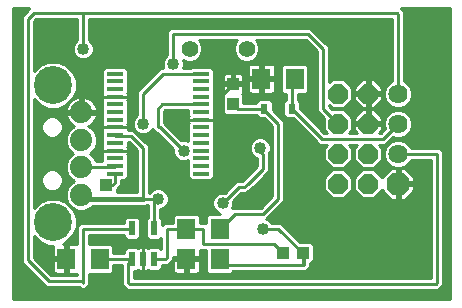
<source format=gbl>
G75*
%MOIN*%
%OFA0B0*%
%FSLAX25Y25*%
%IPPOS*%
%LPD*%
%AMOC8*
5,1,8,0,0,1.08239X$1,22.5*
%
%ADD10R,0.06299X0.07087*%
%ADD11R,0.02480X0.03268*%
%ADD12C,0.07400*%
%ADD13C,0.12661*%
%ADD14R,0.04331X0.03937*%
%ADD15R,0.03937X0.04331*%
%ADD16R,0.02165X0.04724*%
%ADD17R,0.05500X0.01370*%
%ADD18C,0.05600*%
%ADD19OC8,0.06600*%
%ADD20C,0.06400*%
%ADD21OC8,0.07600*%
%ADD22C,0.01000*%
%ADD23C,0.04000*%
%ADD24C,0.01600*%
%ADD25R,0.04362X0.04362*%
D10*
X0075967Y0016500D03*
X0086991Y0016500D03*
X0115967Y0016500D03*
X0126991Y0016500D03*
X0126991Y0026500D03*
X0115967Y0026500D03*
X0140967Y0076500D03*
X0151991Y0076500D03*
D11*
X0151006Y0066500D03*
X0141951Y0066500D03*
D12*
X0080928Y0065280D03*
X0080928Y0055937D03*
X0080928Y0047063D03*
X0080928Y0037720D03*
D13*
X0071479Y0028665D03*
X0071479Y0074335D03*
D14*
X0148132Y0018500D03*
X0154825Y0018500D03*
D15*
X0131479Y0068154D03*
X0131479Y0074846D03*
D16*
X0105219Y0026619D03*
X0097739Y0026619D03*
X0097739Y0016381D03*
X0101479Y0016381D03*
X0105219Y0016381D03*
D17*
X0092085Y0044866D03*
X0092085Y0047425D03*
X0092085Y0049984D03*
X0092085Y0052543D03*
X0092085Y0055102D03*
X0092085Y0057661D03*
X0092085Y0060220D03*
X0092085Y0062780D03*
X0092085Y0065339D03*
X0092085Y0067898D03*
X0092085Y0070457D03*
X0092085Y0073016D03*
X0092085Y0075575D03*
X0092085Y0078134D03*
X0120872Y0078134D03*
X0120872Y0075575D03*
X0120872Y0073016D03*
X0120872Y0070457D03*
X0120872Y0067898D03*
X0120872Y0065339D03*
X0120872Y0062780D03*
X0120872Y0060220D03*
X0120872Y0057661D03*
X0120872Y0055102D03*
X0120872Y0052543D03*
X0120872Y0049984D03*
X0120872Y0047425D03*
X0120872Y0044866D03*
D18*
X0116979Y0086500D03*
X0135979Y0086500D03*
D19*
X0166479Y0071500D03*
X0176479Y0071500D03*
X0176479Y0061500D03*
X0166479Y0061500D03*
X0166479Y0051500D03*
X0176479Y0051500D03*
X0176479Y0041500D03*
X0166479Y0041500D03*
D20*
X0186479Y0051500D03*
X0186479Y0061500D03*
X0186479Y0071500D03*
D21*
X0186479Y0041500D03*
D22*
X0057979Y0003000D02*
X0057979Y0099961D01*
X0063611Y0099961D01*
X0062979Y0099328D01*
X0060979Y0097328D01*
X0060979Y0015172D01*
X0062150Y0014000D01*
X0062150Y0014000D01*
X0067979Y0008172D01*
X0067979Y0008172D01*
X0069150Y0007000D01*
X0080150Y0007000D01*
X0080650Y0006500D01*
X0057979Y0006500D01*
X0057979Y0005501D02*
X0203680Y0005501D01*
X0203680Y0004503D02*
X0057979Y0004503D01*
X0057979Y0003504D02*
X0203680Y0003504D01*
X0203680Y0003000D02*
X0057979Y0003000D01*
X0057979Y0007499D02*
X0068652Y0007499D01*
X0067653Y0008497D02*
X0057979Y0008497D01*
X0057979Y0009496D02*
X0066655Y0009496D01*
X0065656Y0010494D02*
X0057979Y0010494D01*
X0057979Y0011493D02*
X0064658Y0011493D01*
X0063659Y0012491D02*
X0057979Y0012491D01*
X0057979Y0013490D02*
X0062661Y0013490D01*
X0061662Y0014488D02*
X0057979Y0014488D01*
X0057979Y0015487D02*
X0060979Y0015487D01*
X0060979Y0016485D02*
X0057979Y0016485D01*
X0057979Y0017484D02*
X0060979Y0017484D01*
X0060979Y0018482D02*
X0057979Y0018482D01*
X0057979Y0019481D02*
X0060979Y0019481D01*
X0060979Y0020479D02*
X0057979Y0020479D01*
X0057979Y0021478D02*
X0060979Y0021478D01*
X0060979Y0022476D02*
X0057979Y0022476D01*
X0057979Y0023475D02*
X0060979Y0023475D01*
X0060979Y0024473D02*
X0057979Y0024473D01*
X0057979Y0025472D02*
X0060979Y0025472D01*
X0060979Y0026470D02*
X0057979Y0026470D01*
X0057979Y0027469D02*
X0060979Y0027469D01*
X0060979Y0028467D02*
X0057979Y0028467D01*
X0057979Y0029466D02*
X0060979Y0029466D01*
X0060979Y0030464D02*
X0057979Y0030464D01*
X0057979Y0031463D02*
X0060979Y0031463D01*
X0060979Y0032461D02*
X0057979Y0032461D01*
X0057979Y0033460D02*
X0060979Y0033460D01*
X0060979Y0034458D02*
X0057979Y0034458D01*
X0057979Y0035457D02*
X0060979Y0035457D01*
X0060979Y0036455D02*
X0057979Y0036455D01*
X0057979Y0037454D02*
X0060979Y0037454D01*
X0060979Y0038452D02*
X0057979Y0038452D01*
X0057979Y0039451D02*
X0060979Y0039451D01*
X0060979Y0040449D02*
X0057979Y0040449D01*
X0057979Y0041448D02*
X0060979Y0041448D01*
X0060979Y0042446D02*
X0057979Y0042446D01*
X0057979Y0043445D02*
X0060979Y0043445D01*
X0060979Y0044443D02*
X0057979Y0044443D01*
X0057979Y0045442D02*
X0060979Y0045442D01*
X0060979Y0046440D02*
X0057979Y0046440D01*
X0057979Y0047439D02*
X0060979Y0047439D01*
X0060979Y0048437D02*
X0057979Y0048437D01*
X0057979Y0049436D02*
X0060979Y0049436D01*
X0060979Y0050434D02*
X0057979Y0050434D01*
X0057979Y0051433D02*
X0060979Y0051433D01*
X0060979Y0052432D02*
X0057979Y0052432D01*
X0057979Y0053430D02*
X0060979Y0053430D01*
X0060979Y0054429D02*
X0057979Y0054429D01*
X0057979Y0055427D02*
X0060979Y0055427D01*
X0060979Y0056426D02*
X0057979Y0056426D01*
X0057979Y0057424D02*
X0060979Y0057424D01*
X0060979Y0058423D02*
X0057979Y0058423D01*
X0057979Y0059421D02*
X0060979Y0059421D01*
X0060979Y0060420D02*
X0057979Y0060420D01*
X0057979Y0061418D02*
X0060979Y0061418D01*
X0060979Y0062417D02*
X0057979Y0062417D01*
X0057979Y0063415D02*
X0060979Y0063415D01*
X0060979Y0064414D02*
X0057979Y0064414D01*
X0057979Y0065412D02*
X0060979Y0065412D01*
X0060979Y0066411D02*
X0057979Y0066411D01*
X0057979Y0067409D02*
X0060979Y0067409D01*
X0060979Y0068408D02*
X0057979Y0068408D01*
X0057979Y0069406D02*
X0060979Y0069406D01*
X0060979Y0070405D02*
X0057979Y0070405D01*
X0057979Y0071403D02*
X0060979Y0071403D01*
X0060979Y0072402D02*
X0057979Y0072402D01*
X0057979Y0073400D02*
X0060979Y0073400D01*
X0060979Y0074399D02*
X0057979Y0074399D01*
X0057979Y0075397D02*
X0060979Y0075397D01*
X0060979Y0076396D02*
X0057979Y0076396D01*
X0057979Y0077394D02*
X0060979Y0077394D01*
X0060979Y0078393D02*
X0057979Y0078393D01*
X0057979Y0079391D02*
X0060979Y0079391D01*
X0060979Y0080390D02*
X0057979Y0080390D01*
X0057979Y0081388D02*
X0060979Y0081388D01*
X0060979Y0082387D02*
X0057979Y0082387D01*
X0057979Y0083385D02*
X0060979Y0083385D01*
X0060979Y0084384D02*
X0057979Y0084384D01*
X0057979Y0085382D02*
X0060979Y0085382D01*
X0060979Y0086381D02*
X0057979Y0086381D01*
X0057979Y0087379D02*
X0060979Y0087379D01*
X0060979Y0088378D02*
X0057979Y0088378D01*
X0057979Y0089376D02*
X0060979Y0089376D01*
X0060979Y0090375D02*
X0057979Y0090375D01*
X0057979Y0091373D02*
X0060979Y0091373D01*
X0060979Y0092372D02*
X0057979Y0092372D01*
X0057979Y0093370D02*
X0060979Y0093370D01*
X0060979Y0094369D02*
X0057979Y0094369D01*
X0057979Y0095368D02*
X0060979Y0095368D01*
X0060979Y0096366D02*
X0057979Y0096366D01*
X0057979Y0097365D02*
X0061015Y0097365D01*
X0062013Y0098363D02*
X0057979Y0098363D01*
X0057979Y0099362D02*
X0063012Y0099362D01*
X0062979Y0099328D02*
X0062979Y0099328D01*
X0064979Y0098500D02*
X0062979Y0096500D01*
X0062979Y0016000D01*
X0069979Y0009000D01*
X0080979Y0009000D01*
X0081479Y0008500D01*
X0081479Y0026500D01*
X0097620Y0026500D01*
X0097739Y0026619D01*
X0100321Y0026470D02*
X0102636Y0026470D01*
X0102636Y0025472D02*
X0100321Y0025472D01*
X0100321Y0024473D02*
X0102636Y0024473D01*
X0102636Y0023635D02*
X0103515Y0022756D01*
X0106923Y0022756D01*
X0107479Y0023312D01*
X0107479Y0019688D01*
X0106923Y0020244D01*
X0103515Y0020244D01*
X0103313Y0020042D01*
X0103140Y0020141D01*
X0102759Y0020244D01*
X0101520Y0020244D01*
X0101520Y0016423D01*
X0101437Y0016423D01*
X0101437Y0020244D01*
X0100199Y0020244D01*
X0099817Y0020141D01*
X0099644Y0020042D01*
X0099443Y0020244D01*
X0096035Y0020244D01*
X0095156Y0019365D01*
X0095156Y0018381D01*
X0091640Y0018381D01*
X0091640Y0020665D01*
X0090761Y0021543D01*
X0083479Y0021543D01*
X0083479Y0024500D01*
X0095156Y0024500D01*
X0095156Y0023635D01*
X0096035Y0022756D01*
X0099443Y0022756D01*
X0100321Y0023635D01*
X0100321Y0029602D01*
X0099443Y0030481D01*
X0096035Y0030481D01*
X0095156Y0029602D01*
X0095156Y0028500D01*
X0080650Y0028500D01*
X0079479Y0027328D01*
X0079479Y0021499D01*
X0079314Y0021543D01*
X0076467Y0021543D01*
X0076467Y0017000D01*
X0075467Y0017000D01*
X0075467Y0021543D01*
X0074747Y0021543D01*
X0075914Y0022027D01*
X0078117Y0024230D01*
X0079309Y0027108D01*
X0079309Y0030223D01*
X0078117Y0033101D01*
X0075914Y0035304D01*
X0073036Y0036496D01*
X0069921Y0036496D01*
X0067043Y0035304D01*
X0064979Y0033240D01*
X0064979Y0069760D01*
X0067043Y0067696D01*
X0069921Y0066504D01*
X0073036Y0066504D01*
X0075914Y0067696D01*
X0078117Y0069899D01*
X0079309Y0072777D01*
X0079309Y0075892D01*
X0078117Y0078770D01*
X0075914Y0080973D01*
X0073036Y0082165D01*
X0069921Y0082165D01*
X0067043Y0080973D01*
X0064979Y0078909D01*
X0064979Y0095672D01*
X0065807Y0096500D01*
X0079479Y0096500D01*
X0079479Y0089450D01*
X0078512Y0088483D01*
X0077979Y0087196D01*
X0077979Y0085804D01*
X0078512Y0084517D01*
X0079496Y0083533D01*
X0080783Y0083000D01*
X0082175Y0083000D01*
X0083461Y0083533D01*
X0084446Y0084517D01*
X0084979Y0085804D01*
X0084979Y0087196D01*
X0084446Y0088483D01*
X0083479Y0089450D01*
X0083479Y0096500D01*
X0184479Y0096500D01*
X0184479Y0075759D01*
X0183816Y0075484D01*
X0182494Y0074162D01*
X0181779Y0072435D01*
X0181779Y0070565D01*
X0182494Y0068838D01*
X0183816Y0067516D01*
X0185544Y0066800D01*
X0187414Y0066800D01*
X0189141Y0067516D01*
X0190463Y0068838D01*
X0191179Y0070565D01*
X0191179Y0072435D01*
X0190463Y0074162D01*
X0189141Y0075484D01*
X0188479Y0075759D01*
X0188479Y0098828D01*
X0187347Y0099961D01*
X0203680Y0099961D01*
X0203680Y0003000D01*
X0200307Y0006500D02*
X0199807Y0006000D01*
X0096150Y0006000D01*
X0094979Y0007172D01*
X0094479Y0007672D01*
X0094479Y0014381D01*
X0091640Y0014381D01*
X0091640Y0012335D01*
X0090761Y0011457D01*
X0083479Y0011457D01*
X0083479Y0007672D01*
X0082307Y0006500D01*
X0095650Y0006500D01*
X0094652Y0007499D02*
X0083306Y0007499D01*
X0083479Y0008497D02*
X0094479Y0008497D01*
X0094479Y0009496D02*
X0083479Y0009496D01*
X0083479Y0010494D02*
X0094479Y0010494D01*
X0094479Y0011493D02*
X0090797Y0011493D01*
X0091640Y0012491D02*
X0094479Y0012491D01*
X0094479Y0013490D02*
X0091640Y0013490D01*
X0096479Y0015122D02*
X0096479Y0008500D01*
X0096979Y0008000D01*
X0198979Y0008000D01*
X0199479Y0008500D01*
X0199479Y0051500D01*
X0186479Y0051500D01*
X0181779Y0051433D02*
X0181279Y0051433D01*
X0181279Y0050434D02*
X0181833Y0050434D01*
X0181779Y0050565D02*
X0182494Y0048838D01*
X0183816Y0047516D01*
X0185544Y0046800D01*
X0187414Y0046800D01*
X0189141Y0047516D01*
X0190463Y0048838D01*
X0190738Y0049500D01*
X0197479Y0049500D01*
X0197479Y0010000D01*
X0098479Y0010000D01*
X0098479Y0012519D01*
X0099443Y0012519D01*
X0099644Y0012721D01*
X0099817Y0012622D01*
X0100199Y0012519D01*
X0101437Y0012519D01*
X0101437Y0016340D01*
X0101520Y0016340D01*
X0101520Y0012519D01*
X0102759Y0012519D01*
X0103140Y0012622D01*
X0103313Y0012721D01*
X0103515Y0012519D01*
X0106923Y0012519D01*
X0107802Y0013398D01*
X0107802Y0014500D01*
X0109807Y0014500D01*
X0110307Y0015000D01*
X0111479Y0016172D01*
X0111479Y0017000D01*
X0115467Y0017000D01*
X0115467Y0016000D01*
X0116467Y0016000D01*
X0116467Y0017000D01*
X0120617Y0017000D01*
X0120617Y0019534D01*
X0120650Y0019500D01*
X0122341Y0019500D01*
X0122341Y0012335D01*
X0123220Y0011457D01*
X0130761Y0011457D01*
X0131640Y0012335D01*
X0131640Y0012500D01*
X0155807Y0012500D01*
X0156979Y0013672D01*
X0156979Y0015031D01*
X0157612Y0015031D01*
X0158491Y0015910D01*
X0158491Y0021090D01*
X0157612Y0021968D01*
X0153839Y0021968D01*
X0148479Y0027328D01*
X0147307Y0028500D01*
X0144428Y0028500D01*
X0143461Y0029467D01*
X0142622Y0029815D01*
X0147307Y0034500D01*
X0148479Y0035672D01*
X0148479Y0062328D01*
X0144691Y0066116D01*
X0144691Y0068755D01*
X0143813Y0069634D01*
X0140090Y0069634D01*
X0139211Y0068755D01*
X0139211Y0068500D01*
X0134947Y0068500D01*
X0134947Y0070940D01*
X0134387Y0071500D01*
X0134648Y0071760D01*
X0134845Y0072102D01*
X0134947Y0072484D01*
X0134947Y0074362D01*
X0131963Y0074362D01*
X0131963Y0075331D01*
X0130994Y0075331D01*
X0130994Y0074362D01*
X0128010Y0074362D01*
X0128010Y0072484D01*
X0128112Y0072102D01*
X0128310Y0071760D01*
X0128570Y0071500D01*
X0128010Y0070940D01*
X0128010Y0065367D01*
X0128889Y0064488D01*
X0134069Y0064488D01*
X0134080Y0064500D01*
X0139211Y0064500D01*
X0139211Y0064245D01*
X0140090Y0063366D01*
X0141784Y0063366D01*
X0144479Y0060672D01*
X0144479Y0037328D01*
X0140650Y0033500D01*
X0131162Y0033500D01*
X0131134Y0033472D01*
X0131479Y0034304D01*
X0131479Y0035672D01*
X0134307Y0038500D01*
X0134781Y0038500D01*
X0135399Y0038376D01*
X0135584Y0038500D01*
X0135807Y0038500D01*
X0136253Y0038946D01*
X0137084Y0039500D01*
X0137307Y0039500D01*
X0137753Y0039946D01*
X0138277Y0040295D01*
X0138321Y0040514D01*
X0142307Y0044500D01*
X0143479Y0045672D01*
X0143479Y0051597D01*
X0143979Y0052804D01*
X0143979Y0054196D01*
X0143446Y0055483D01*
X0142461Y0056467D01*
X0141175Y0057000D01*
X0139783Y0057000D01*
X0138496Y0056467D01*
X0137512Y0055483D01*
X0136979Y0054196D01*
X0136979Y0052804D01*
X0137512Y0051517D01*
X0138496Y0050533D01*
X0139479Y0050126D01*
X0139479Y0047328D01*
X0135205Y0043054D01*
X0134373Y0042500D01*
X0132650Y0042500D01*
X0131479Y0041328D01*
X0128650Y0038500D01*
X0127283Y0038500D01*
X0125996Y0037967D01*
X0125012Y0036983D01*
X0124479Y0035696D01*
X0124479Y0034304D01*
X0125012Y0033017D01*
X0125996Y0032033D01*
X0127178Y0031543D01*
X0123220Y0031543D01*
X0122341Y0030665D01*
X0122341Y0028466D01*
X0122307Y0028500D01*
X0120617Y0028500D01*
X0120617Y0030665D01*
X0119738Y0031543D01*
X0112196Y0031543D01*
X0111317Y0030665D01*
X0111317Y0028500D01*
X0108650Y0028500D01*
X0107802Y0027651D01*
X0107802Y0029602D01*
X0107219Y0030185D01*
X0107219Y0033018D01*
X0108461Y0033533D01*
X0109446Y0034517D01*
X0109979Y0035804D01*
X0109979Y0037196D01*
X0109446Y0038483D01*
X0108461Y0039467D01*
X0107175Y0040000D01*
X0105783Y0040000D01*
X0104496Y0039467D01*
X0103529Y0038500D01*
X0103479Y0038500D01*
X0103479Y0054328D01*
X0102307Y0055500D01*
X0098307Y0059500D01*
X0096335Y0059500D01*
X0096335Y0060220D01*
X0092085Y0060220D01*
X0087835Y0060220D01*
X0087835Y0059338D01*
X0087913Y0059046D01*
X0087835Y0058968D01*
X0087835Y0053796D01*
X0087913Y0053718D01*
X0087835Y0053426D01*
X0087835Y0052543D01*
X0087835Y0051661D01*
X0087913Y0051369D01*
X0087835Y0051291D01*
X0087835Y0049063D01*
X0085728Y0049063D01*
X0085336Y0050009D01*
X0083873Y0051471D01*
X0083804Y0051500D01*
X0083873Y0051529D01*
X0085336Y0052991D01*
X0086128Y0054903D01*
X0086128Y0056971D01*
X0085336Y0058883D01*
X0083873Y0060345D01*
X0083225Y0060614D01*
X0083653Y0060832D01*
X0084315Y0061313D01*
X0084894Y0061892D01*
X0085375Y0062554D01*
X0085747Y0063283D01*
X0086000Y0064062D01*
X0086128Y0064870D01*
X0086128Y0064880D01*
X0081328Y0064880D01*
X0081328Y0065680D01*
X0080528Y0065680D01*
X0080528Y0070480D01*
X0080518Y0070480D01*
X0079710Y0070351D01*
X0078931Y0070099D01*
X0078202Y0069727D01*
X0077540Y0069246D01*
X0076961Y0068667D01*
X0076480Y0068005D01*
X0076109Y0067276D01*
X0075856Y0066497D01*
X0075728Y0065689D01*
X0075728Y0065680D01*
X0080527Y0065680D01*
X0080527Y0064880D01*
X0075728Y0064880D01*
X0075728Y0064870D01*
X0075856Y0064062D01*
X0076109Y0063283D01*
X0076480Y0062554D01*
X0076961Y0061892D01*
X0077540Y0061313D01*
X0078202Y0060832D01*
X0078630Y0060614D01*
X0077982Y0060345D01*
X0076519Y0058883D01*
X0075728Y0056971D01*
X0075728Y0054903D01*
X0076519Y0052991D01*
X0077982Y0051529D01*
X0078051Y0051500D01*
X0077982Y0051471D01*
X0076519Y0050009D01*
X0075728Y0048097D01*
X0075728Y0046029D01*
X0076519Y0044117D01*
X0077982Y0042655D01*
X0078617Y0042392D01*
X0077982Y0042129D01*
X0076519Y0040666D01*
X0075728Y0038755D01*
X0075728Y0036686D01*
X0076519Y0034775D01*
X0077982Y0033312D01*
X0079893Y0032520D01*
X0081962Y0032520D01*
X0083873Y0033312D01*
X0084761Y0034200D01*
X0102431Y0034200D01*
X0102731Y0034500D01*
X0103219Y0034500D01*
X0103219Y0030185D01*
X0102636Y0029602D01*
X0102636Y0023635D01*
X0102796Y0023475D02*
X0100161Y0023475D01*
X0095316Y0023475D02*
X0083479Y0023475D01*
X0083479Y0024473D02*
X0095156Y0024473D01*
X0090827Y0021478D02*
X0107479Y0021478D01*
X0107479Y0022476D02*
X0083479Y0022476D01*
X0079479Y0022476D02*
X0076364Y0022476D01*
X0076467Y0021478D02*
X0075467Y0021478D01*
X0075467Y0020479D02*
X0076467Y0020479D01*
X0076467Y0019481D02*
X0075467Y0019481D01*
X0075467Y0018482D02*
X0076467Y0018482D01*
X0076467Y0017484D02*
X0075467Y0017484D01*
X0075467Y0017000D02*
X0075467Y0016000D01*
X0076467Y0016000D01*
X0076467Y0011457D01*
X0079314Y0011457D01*
X0079479Y0011501D01*
X0079479Y0011000D01*
X0070807Y0011000D01*
X0064979Y0016828D01*
X0064979Y0024091D01*
X0067043Y0022027D01*
X0069921Y0020835D01*
X0071542Y0020835D01*
X0071420Y0020622D01*
X0071317Y0020241D01*
X0071317Y0017000D01*
X0075467Y0017000D01*
X0075467Y0016485D02*
X0065322Y0016485D01*
X0064979Y0017484D02*
X0071317Y0017484D01*
X0071317Y0018482D02*
X0064979Y0018482D01*
X0064979Y0019481D02*
X0071317Y0019481D01*
X0071381Y0020479D02*
X0064979Y0020479D01*
X0064979Y0021478D02*
X0068369Y0021478D01*
X0066594Y0022476D02*
X0064979Y0022476D01*
X0064979Y0023475D02*
X0065595Y0023475D01*
X0077362Y0023475D02*
X0079479Y0023475D01*
X0079479Y0024473D02*
X0078218Y0024473D01*
X0078632Y0025472D02*
X0079479Y0025472D01*
X0079479Y0026470D02*
X0079045Y0026470D01*
X0079309Y0027469D02*
X0079619Y0027469D01*
X0079309Y0028467D02*
X0080618Y0028467D01*
X0079309Y0029466D02*
X0095156Y0029466D01*
X0096018Y0030464D02*
X0079209Y0030464D01*
X0078796Y0031463D02*
X0103219Y0031463D01*
X0103219Y0032461D02*
X0078382Y0032461D01*
X0077834Y0033460D02*
X0077759Y0033460D01*
X0076836Y0034458D02*
X0076760Y0034458D01*
X0076237Y0035457D02*
X0075545Y0035457D01*
X0075823Y0036455D02*
X0073135Y0036455D01*
X0069823Y0036455D02*
X0064979Y0036455D01*
X0064979Y0035457D02*
X0067412Y0035457D01*
X0066197Y0034458D02*
X0064979Y0034458D01*
X0064979Y0033460D02*
X0065199Y0033460D01*
X0064979Y0037454D02*
X0075728Y0037454D01*
X0075728Y0038452D02*
X0064979Y0038452D01*
X0064979Y0039451D02*
X0069210Y0039451D01*
X0069009Y0039534D02*
X0070356Y0038976D01*
X0071814Y0038976D01*
X0073161Y0039534D01*
X0074192Y0040565D01*
X0074750Y0041913D01*
X0074750Y0043371D01*
X0074192Y0044718D01*
X0073161Y0045749D01*
X0071814Y0046307D01*
X0070356Y0046307D01*
X0069009Y0045749D01*
X0067978Y0044718D01*
X0067420Y0043371D01*
X0067420Y0041913D01*
X0067978Y0040565D01*
X0069009Y0039534D01*
X0068094Y0040449D02*
X0064979Y0040449D01*
X0064979Y0041448D02*
X0067612Y0041448D01*
X0067420Y0042446D02*
X0064979Y0042446D01*
X0064979Y0043445D02*
X0067450Y0043445D01*
X0067864Y0044443D02*
X0064979Y0044443D01*
X0064979Y0045442D02*
X0068702Y0045442D01*
X0064979Y0046440D02*
X0075728Y0046440D01*
X0075728Y0047439D02*
X0064979Y0047439D01*
X0064979Y0048437D02*
X0075868Y0048437D01*
X0076282Y0049436D02*
X0064979Y0049436D01*
X0064979Y0050434D02*
X0076945Y0050434D01*
X0077944Y0051433D02*
X0064979Y0051433D01*
X0064979Y0052432D02*
X0077079Y0052432D01*
X0076338Y0053430D02*
X0064979Y0053430D01*
X0064979Y0054429D02*
X0075924Y0054429D01*
X0075728Y0055427D02*
X0064979Y0055427D01*
X0064979Y0056426D02*
X0075728Y0056426D01*
X0075915Y0057424D02*
X0073334Y0057424D01*
X0073161Y0057251D02*
X0074192Y0058282D01*
X0074750Y0059629D01*
X0074750Y0061087D01*
X0074192Y0062435D01*
X0073161Y0063466D01*
X0071814Y0064024D01*
X0070356Y0064024D01*
X0069009Y0063466D01*
X0067978Y0062435D01*
X0067420Y0061087D01*
X0067420Y0059629D01*
X0067978Y0058282D01*
X0069009Y0057251D01*
X0070356Y0056693D01*
X0071814Y0056693D01*
X0073161Y0057251D01*
X0074251Y0058423D02*
X0076329Y0058423D01*
X0077058Y0059421D02*
X0074664Y0059421D01*
X0074750Y0060420D02*
X0078161Y0060420D01*
X0077435Y0061418D02*
X0074613Y0061418D01*
X0074200Y0062417D02*
X0076580Y0062417D01*
X0076066Y0063415D02*
X0073212Y0063415D01*
X0075800Y0064414D02*
X0064979Y0064414D01*
X0064979Y0065412D02*
X0080527Y0065412D01*
X0081328Y0065412D02*
X0087835Y0065412D01*
X0087835Y0064414D02*
X0086055Y0064414D01*
X0085789Y0063415D02*
X0087835Y0063415D01*
X0087835Y0062417D02*
X0085275Y0062417D01*
X0084420Y0061418D02*
X0087890Y0061418D01*
X0087913Y0061395D02*
X0087835Y0061103D01*
X0087835Y0060221D01*
X0092085Y0060221D01*
X0092085Y0060220D01*
X0092085Y0060221D01*
X0096335Y0060221D01*
X0096335Y0061103D01*
X0096257Y0061395D01*
X0096335Y0061473D01*
X0096335Y0069204D01*
X0096257Y0069282D01*
X0096335Y0069574D01*
X0096335Y0070457D01*
X0096335Y0071339D01*
X0096257Y0071631D01*
X0096335Y0071709D01*
X0096335Y0079440D01*
X0095456Y0080319D01*
X0088714Y0080319D01*
X0087835Y0079440D01*
X0087835Y0071709D01*
X0087913Y0071631D01*
X0087835Y0071339D01*
X0087835Y0070457D01*
X0092085Y0070457D01*
X0092085Y0070457D01*
X0096335Y0070457D01*
X0092085Y0070457D01*
X0092085Y0070457D01*
X0087835Y0070457D01*
X0087835Y0069574D01*
X0087913Y0069282D01*
X0087835Y0069204D01*
X0087835Y0061473D01*
X0087913Y0061395D01*
X0087835Y0060420D02*
X0083694Y0060420D01*
X0084797Y0059421D02*
X0087835Y0059421D01*
X0087835Y0058423D02*
X0085526Y0058423D01*
X0085940Y0057424D02*
X0087835Y0057424D01*
X0087835Y0056426D02*
X0086128Y0056426D01*
X0086128Y0055427D02*
X0087835Y0055427D01*
X0087835Y0054429D02*
X0085931Y0054429D01*
X0085518Y0053430D02*
X0087836Y0053430D01*
X0087835Y0052543D02*
X0092085Y0052543D01*
X0087835Y0052543D01*
X0087835Y0052432D02*
X0084776Y0052432D01*
X0083911Y0051433D02*
X0087896Y0051433D01*
X0087835Y0050434D02*
X0084910Y0050434D01*
X0085573Y0049436D02*
X0087835Y0049436D01*
X0091723Y0047063D02*
X0092085Y0047425D01*
X0091723Y0047063D02*
X0080928Y0047063D01*
X0075971Y0045442D02*
X0073468Y0045442D01*
X0074306Y0044443D02*
X0076384Y0044443D01*
X0077192Y0043445D02*
X0074720Y0043445D01*
X0074750Y0042446D02*
X0078485Y0042446D01*
X0077301Y0041448D02*
X0074558Y0041448D01*
X0074076Y0040449D02*
X0076429Y0040449D01*
X0076016Y0039451D02*
X0072960Y0039451D01*
X0084021Y0033460D02*
X0103219Y0033460D01*
X0103219Y0034458D02*
X0102690Y0034458D01*
X0101479Y0036500D02*
X0106479Y0036500D01*
X0105219Y0035240D01*
X0105219Y0026619D01*
X0102636Y0027469D02*
X0100321Y0027469D01*
X0100321Y0028467D02*
X0102636Y0028467D01*
X0102636Y0029466D02*
X0100321Y0029466D01*
X0099459Y0030464D02*
X0103219Y0030464D01*
X0107219Y0030464D02*
X0111317Y0030464D01*
X0111317Y0029466D02*
X0107802Y0029466D01*
X0107802Y0028467D02*
X0108618Y0028467D01*
X0109479Y0026500D02*
X0115967Y0026500D01*
X0121479Y0026500D01*
X0121479Y0021500D01*
X0145132Y0021500D01*
X0148132Y0018500D01*
X0154825Y0018500D02*
X0154825Y0014846D01*
X0154479Y0014500D01*
X0154979Y0014500D01*
X0154979Y0018000D01*
X0146479Y0026500D01*
X0141479Y0026500D01*
X0143463Y0029466D02*
X0197479Y0029466D01*
X0197479Y0030464D02*
X0143271Y0030464D01*
X0144270Y0031463D02*
X0197479Y0031463D01*
X0197479Y0032461D02*
X0145268Y0032461D01*
X0146267Y0033460D02*
X0197479Y0033460D01*
X0197479Y0034458D02*
X0147265Y0034458D01*
X0148264Y0035457D02*
X0197479Y0035457D01*
X0197479Y0036455D02*
X0188929Y0036455D01*
X0188674Y0036200D02*
X0191779Y0039305D01*
X0191779Y0041000D01*
X0186979Y0041000D01*
X0186979Y0042000D01*
X0191779Y0042000D01*
X0191779Y0043695D01*
X0188674Y0046800D01*
X0186979Y0046800D01*
X0186979Y0042000D01*
X0185979Y0042000D01*
X0185979Y0046800D01*
X0184283Y0046800D01*
X0181179Y0043695D01*
X0181179Y0043588D01*
X0178467Y0046300D01*
X0174491Y0046300D01*
X0171679Y0043488D01*
X0171679Y0039512D01*
X0174491Y0036700D01*
X0178467Y0036700D01*
X0181179Y0039412D01*
X0181179Y0039305D01*
X0184283Y0036200D01*
X0185979Y0036200D01*
X0185979Y0041000D01*
X0186979Y0041000D01*
X0186979Y0036200D01*
X0188674Y0036200D01*
X0186979Y0036455D02*
X0185979Y0036455D01*
X0185979Y0037454D02*
X0186979Y0037454D01*
X0186979Y0038452D02*
X0185979Y0038452D01*
X0185979Y0039451D02*
X0186979Y0039451D01*
X0186979Y0040449D02*
X0185979Y0040449D01*
X0186979Y0041448D02*
X0197479Y0041448D01*
X0197479Y0042446D02*
X0191779Y0042446D01*
X0191779Y0043445D02*
X0197479Y0043445D01*
X0197479Y0044443D02*
X0191031Y0044443D01*
X0190032Y0045442D02*
X0197479Y0045442D01*
X0197479Y0046440D02*
X0189034Y0046440D01*
X0188956Y0047439D02*
X0197479Y0047439D01*
X0197479Y0048437D02*
X0190063Y0048437D01*
X0190711Y0049436D02*
X0197479Y0049436D01*
X0201479Y0049436D02*
X0203680Y0049436D01*
X0203680Y0050434D02*
X0201479Y0050434D01*
X0201479Y0051433D02*
X0203680Y0051433D01*
X0203680Y0052432D02*
X0201376Y0052432D01*
X0201479Y0052328D02*
X0200307Y0053500D01*
X0190738Y0053500D01*
X0190463Y0054162D01*
X0189141Y0055484D01*
X0187414Y0056200D01*
X0185544Y0056200D01*
X0183816Y0055484D01*
X0182494Y0054162D01*
X0181779Y0052435D01*
X0181779Y0050565D01*
X0181279Y0049512D02*
X0181279Y0053488D01*
X0180267Y0054500D01*
X0182307Y0054500D01*
X0184882Y0057074D01*
X0185544Y0056800D01*
X0187414Y0056800D01*
X0189141Y0057516D01*
X0190463Y0058838D01*
X0191179Y0060565D01*
X0191179Y0062435D01*
X0190463Y0064162D01*
X0189141Y0065484D01*
X0187414Y0066200D01*
X0185544Y0066200D01*
X0183816Y0065484D01*
X0182494Y0064162D01*
X0181779Y0062435D01*
X0181779Y0060565D01*
X0182053Y0059903D01*
X0180650Y0058500D01*
X0180267Y0058500D01*
X0181279Y0059512D01*
X0181279Y0061000D01*
X0176979Y0061000D01*
X0176979Y0062000D01*
X0181279Y0062000D01*
X0181279Y0063488D01*
X0178467Y0066300D01*
X0176979Y0066300D01*
X0176979Y0062000D01*
X0175979Y0062000D01*
X0175979Y0066300D01*
X0174491Y0066300D01*
X0171679Y0063488D01*
X0171679Y0062000D01*
X0175979Y0062000D01*
X0175979Y0061000D01*
X0171679Y0061000D01*
X0171679Y0059512D01*
X0172691Y0058500D01*
X0170267Y0058500D01*
X0171279Y0059512D01*
X0171279Y0063488D01*
X0168467Y0066300D01*
X0164507Y0066300D01*
X0163479Y0067328D01*
X0163479Y0067712D01*
X0164491Y0066700D01*
X0168467Y0066700D01*
X0171279Y0069512D01*
X0171279Y0073488D01*
X0168467Y0076300D01*
X0164491Y0076300D01*
X0163479Y0075288D01*
X0163479Y0087328D01*
X0162307Y0088500D01*
X0157307Y0093500D01*
X0110650Y0093500D01*
X0109479Y0092328D01*
X0109479Y0084450D01*
X0108512Y0083483D01*
X0107979Y0082196D01*
X0107979Y0080804D01*
X0108256Y0080134D01*
X0107284Y0080134D01*
X0106113Y0078962D01*
X0099479Y0072328D01*
X0099479Y0064450D01*
X0098512Y0063483D01*
X0097979Y0062196D01*
X0097979Y0060804D01*
X0098512Y0059517D01*
X0099496Y0058533D01*
X0100783Y0058000D01*
X0102175Y0058000D01*
X0103461Y0058533D01*
X0104446Y0059517D01*
X0104501Y0059650D01*
X0105650Y0058500D01*
X0106150Y0058500D01*
X0111479Y0053172D01*
X0111479Y0051804D01*
X0112012Y0050517D01*
X0112996Y0049533D01*
X0114283Y0049000D01*
X0115675Y0049000D01*
X0116622Y0049392D01*
X0116622Y0043560D01*
X0117501Y0042681D01*
X0124244Y0042681D01*
X0125122Y0043560D01*
X0125122Y0061527D01*
X0125044Y0061605D01*
X0125122Y0061897D01*
X0125122Y0062779D01*
X0120873Y0062779D01*
X0120873Y0062780D01*
X0125122Y0062780D01*
X0125122Y0063662D01*
X0125044Y0063954D01*
X0125122Y0064032D01*
X0125122Y0079440D01*
X0124244Y0080319D01*
X0117501Y0080319D01*
X0117316Y0080134D01*
X0114701Y0080134D01*
X0114979Y0080804D01*
X0114979Y0082196D01*
X0114740Y0082773D01*
X0116123Y0082200D01*
X0117834Y0082200D01*
X0119414Y0082855D01*
X0120624Y0084064D01*
X0121279Y0085645D01*
X0121279Y0087355D01*
X0120624Y0088936D01*
X0120060Y0089500D01*
X0132898Y0089500D01*
X0132333Y0088936D01*
X0131679Y0087355D01*
X0131679Y0085645D01*
X0132333Y0084064D01*
X0133543Y0082855D01*
X0135123Y0082200D01*
X0136834Y0082200D01*
X0138414Y0082855D01*
X0139624Y0084064D01*
X0140279Y0085645D01*
X0140279Y0087355D01*
X0139624Y0088936D01*
X0139060Y0089500D01*
X0155650Y0089500D01*
X0159479Y0085672D01*
X0159479Y0065672D01*
X0161679Y0063472D01*
X0161679Y0059512D01*
X0162691Y0058500D01*
X0161835Y0058500D01*
X0153746Y0066588D01*
X0153746Y0068755D01*
X0153006Y0069495D01*
X0153006Y0071457D01*
X0155761Y0071457D01*
X0156640Y0072335D01*
X0156640Y0080665D01*
X0155761Y0081543D01*
X0148220Y0081543D01*
X0147341Y0080665D01*
X0147341Y0072335D01*
X0148220Y0071457D01*
X0149006Y0071457D01*
X0149006Y0069495D01*
X0148266Y0068755D01*
X0148266Y0064245D01*
X0149145Y0063366D01*
X0151312Y0063366D01*
X0159006Y0055672D01*
X0159006Y0055672D01*
X0160178Y0054500D01*
X0162691Y0054500D01*
X0161679Y0053488D01*
X0161679Y0049512D01*
X0164491Y0046700D01*
X0168467Y0046700D01*
X0171279Y0049512D01*
X0171279Y0053488D01*
X0170267Y0054500D01*
X0172691Y0054500D01*
X0171679Y0053488D01*
X0171679Y0049512D01*
X0174491Y0046700D01*
X0178467Y0046700D01*
X0181279Y0049512D01*
X0181203Y0049436D02*
X0182246Y0049436D01*
X0182894Y0048437D02*
X0180204Y0048437D01*
X0179206Y0047439D02*
X0184001Y0047439D01*
X0183924Y0046440D02*
X0148479Y0046440D01*
X0148479Y0045442D02*
X0163632Y0045442D01*
X0164491Y0046300D02*
X0161679Y0043488D01*
X0161679Y0039512D01*
X0164491Y0036700D01*
X0168467Y0036700D01*
X0171279Y0039512D01*
X0171279Y0043488D01*
X0168467Y0046300D01*
X0164491Y0046300D01*
X0162634Y0044443D02*
X0148479Y0044443D01*
X0148479Y0043445D02*
X0161679Y0043445D01*
X0161679Y0042446D02*
X0148479Y0042446D01*
X0148479Y0041448D02*
X0161679Y0041448D01*
X0161679Y0040449D02*
X0148479Y0040449D01*
X0148479Y0039451D02*
X0161740Y0039451D01*
X0162738Y0038452D02*
X0148479Y0038452D01*
X0148479Y0037454D02*
X0163737Y0037454D01*
X0169221Y0037454D02*
X0173737Y0037454D01*
X0172738Y0038452D02*
X0170219Y0038452D01*
X0171218Y0039451D02*
X0171740Y0039451D01*
X0171679Y0040449D02*
X0171279Y0040449D01*
X0171279Y0041448D02*
X0171679Y0041448D01*
X0171679Y0042446D02*
X0171279Y0042446D01*
X0171279Y0043445D02*
X0171679Y0043445D01*
X0172634Y0044443D02*
X0170324Y0044443D01*
X0169325Y0045442D02*
X0173632Y0045442D01*
X0173752Y0047439D02*
X0169206Y0047439D01*
X0170204Y0048437D02*
X0172753Y0048437D01*
X0171755Y0049436D02*
X0171203Y0049436D01*
X0171279Y0050434D02*
X0171679Y0050434D01*
X0171679Y0051433D02*
X0171279Y0051433D01*
X0171279Y0052432D02*
X0171679Y0052432D01*
X0171679Y0053430D02*
X0171279Y0053430D01*
X0170338Y0054429D02*
X0172619Y0054429D01*
X0180338Y0054429D02*
X0182760Y0054429D01*
X0183234Y0055427D02*
X0183759Y0055427D01*
X0184233Y0056426D02*
X0203680Y0056426D01*
X0203680Y0057424D02*
X0188920Y0057424D01*
X0190048Y0058423D02*
X0203680Y0058423D01*
X0203680Y0059421D02*
X0190705Y0059421D01*
X0191118Y0060420D02*
X0203680Y0060420D01*
X0203680Y0061418D02*
X0191179Y0061418D01*
X0191179Y0062417D02*
X0203680Y0062417D01*
X0203680Y0063415D02*
X0190773Y0063415D01*
X0190212Y0064414D02*
X0203680Y0064414D01*
X0203680Y0065412D02*
X0189213Y0065412D01*
X0188884Y0067409D02*
X0203680Y0067409D01*
X0203680Y0066411D02*
X0164396Y0066411D01*
X0163781Y0067409D02*
X0163479Y0067409D01*
X0161479Y0066500D02*
X0166479Y0061500D01*
X0171279Y0061418D02*
X0175979Y0061418D01*
X0175979Y0062417D02*
X0176979Y0062417D01*
X0176979Y0063415D02*
X0175979Y0063415D01*
X0175979Y0064414D02*
X0176979Y0064414D01*
X0176979Y0065412D02*
X0175979Y0065412D01*
X0175979Y0066700D02*
X0175979Y0071000D01*
X0176979Y0071000D01*
X0176979Y0072000D01*
X0181279Y0072000D01*
X0181279Y0073488D01*
X0178467Y0076300D01*
X0176979Y0076300D01*
X0176979Y0072000D01*
X0175979Y0072000D01*
X0175979Y0076300D01*
X0174491Y0076300D01*
X0171679Y0073488D01*
X0171679Y0072000D01*
X0175979Y0072000D01*
X0175979Y0071000D01*
X0171679Y0071000D01*
X0171679Y0069512D01*
X0174491Y0066700D01*
X0175979Y0066700D01*
X0175979Y0067409D02*
X0176979Y0067409D01*
X0176979Y0066700D02*
X0178467Y0066700D01*
X0181279Y0069512D01*
X0181279Y0071000D01*
X0176979Y0071000D01*
X0176979Y0066700D01*
X0179176Y0067409D02*
X0184073Y0067409D01*
X0182924Y0068408D02*
X0180175Y0068408D01*
X0181173Y0069406D02*
X0182259Y0069406D01*
X0181845Y0070405D02*
X0181279Y0070405D01*
X0181779Y0071403D02*
X0176979Y0071403D01*
X0176479Y0071500D02*
X0176479Y0086500D01*
X0166479Y0086500D01*
X0163479Y0086381D02*
X0184479Y0086381D01*
X0184479Y0087379D02*
X0163428Y0087379D01*
X0162429Y0088378D02*
X0184479Y0088378D01*
X0184479Y0089376D02*
X0161431Y0089376D01*
X0160432Y0090375D02*
X0184479Y0090375D01*
X0184479Y0091373D02*
X0159434Y0091373D01*
X0158435Y0092372D02*
X0184479Y0092372D01*
X0184479Y0093370D02*
X0157437Y0093370D01*
X0156479Y0091500D02*
X0161479Y0086500D01*
X0161479Y0066500D01*
X0159479Y0066411D02*
X0153924Y0066411D01*
X0153746Y0067409D02*
X0159479Y0067409D01*
X0159479Y0068408D02*
X0153746Y0068408D01*
X0153095Y0069406D02*
X0159479Y0069406D01*
X0159479Y0070405D02*
X0153006Y0070405D01*
X0153006Y0071403D02*
X0159479Y0071403D01*
X0159479Y0072402D02*
X0156640Y0072402D01*
X0156640Y0073400D02*
X0159479Y0073400D01*
X0159479Y0074399D02*
X0156640Y0074399D01*
X0156640Y0075397D02*
X0159479Y0075397D01*
X0159479Y0076396D02*
X0156640Y0076396D01*
X0156640Y0077394D02*
X0159479Y0077394D01*
X0159479Y0078393D02*
X0156640Y0078393D01*
X0156640Y0079391D02*
X0159479Y0079391D01*
X0159479Y0080390D02*
X0156640Y0080390D01*
X0155916Y0081388D02*
X0159479Y0081388D01*
X0159479Y0082387D02*
X0137285Y0082387D01*
X0137620Y0081543D02*
X0137238Y0081441D01*
X0136896Y0081244D01*
X0136617Y0080964D01*
X0136420Y0080622D01*
X0136317Y0080241D01*
X0136317Y0077000D01*
X0140467Y0077000D01*
X0140467Y0081543D01*
X0137620Y0081543D01*
X0137147Y0081388D02*
X0114979Y0081388D01*
X0114900Y0082387D02*
X0115672Y0082387D01*
X0114807Y0080390D02*
X0136357Y0080390D01*
X0136317Y0079391D02*
X0125122Y0079391D01*
X0125122Y0078393D02*
X0128902Y0078393D01*
X0128931Y0078410D02*
X0128589Y0078212D01*
X0128310Y0077933D01*
X0128112Y0077591D01*
X0128010Y0077209D01*
X0128010Y0075331D01*
X0130994Y0075331D01*
X0130994Y0078512D01*
X0129313Y0078512D01*
X0128931Y0078410D01*
X0128060Y0077394D02*
X0125122Y0077394D01*
X0125122Y0076396D02*
X0128010Y0076396D01*
X0128010Y0075397D02*
X0125122Y0075397D01*
X0125122Y0074399D02*
X0130994Y0074399D01*
X0131479Y0074846D02*
X0126479Y0069846D01*
X0126479Y0062780D01*
X0120872Y0062780D01*
X0120872Y0062779D01*
X0116622Y0062779D01*
X0116622Y0061897D01*
X0116701Y0061605D01*
X0116622Y0061527D01*
X0116622Y0055608D01*
X0115675Y0056000D01*
X0114307Y0056000D01*
X0108479Y0061828D01*
X0108479Y0065672D01*
X0108705Y0065898D01*
X0116622Y0065898D01*
X0116622Y0064032D01*
X0116701Y0063954D01*
X0116622Y0063662D01*
X0116622Y0062780D01*
X0120872Y0062780D01*
X0116622Y0062417D02*
X0108479Y0062417D01*
X0108479Y0063415D02*
X0116622Y0063415D01*
X0116622Y0064414D02*
X0108479Y0064414D01*
X0108479Y0065412D02*
X0116622Y0065412D01*
X0120872Y0067898D02*
X0107876Y0067898D01*
X0106479Y0066500D01*
X0106479Y0060500D01*
X0106979Y0060500D01*
X0114979Y0052500D01*
X0111479Y0052432D02*
X0103479Y0052432D01*
X0103479Y0053430D02*
X0111220Y0053430D01*
X0110222Y0054429D02*
X0103379Y0054429D01*
X0102380Y0055427D02*
X0109223Y0055427D01*
X0108225Y0056426D02*
X0101382Y0056426D01*
X0100383Y0057424D02*
X0107226Y0057424D01*
X0106228Y0058423D02*
X0103195Y0058423D01*
X0104350Y0059421D02*
X0104729Y0059421D01*
X0101479Y0061500D02*
X0101479Y0071500D01*
X0108113Y0078134D01*
X0120872Y0078134D01*
X0118285Y0082387D02*
X0134672Y0082387D01*
X0133012Y0083385D02*
X0119945Y0083385D01*
X0120756Y0084384D02*
X0132201Y0084384D01*
X0131787Y0085382D02*
X0121170Y0085382D01*
X0121279Y0086381D02*
X0131679Y0086381D01*
X0131689Y0087379D02*
X0121269Y0087379D01*
X0120855Y0088378D02*
X0132102Y0088378D01*
X0132774Y0089376D02*
X0120183Y0089376D01*
X0111479Y0091500D02*
X0156479Y0091500D01*
X0155774Y0089376D02*
X0139183Y0089376D01*
X0139855Y0088378D02*
X0156772Y0088378D01*
X0157771Y0087379D02*
X0140269Y0087379D01*
X0140279Y0086381D02*
X0158769Y0086381D01*
X0159479Y0085382D02*
X0140170Y0085382D01*
X0139756Y0084384D02*
X0159479Y0084384D01*
X0159479Y0083385D02*
X0138945Y0083385D01*
X0140467Y0081388D02*
X0141467Y0081388D01*
X0141467Y0081543D02*
X0141467Y0077000D01*
X0145617Y0077000D01*
X0145617Y0080241D01*
X0145514Y0080622D01*
X0145317Y0080964D01*
X0145038Y0081244D01*
X0144696Y0081441D01*
X0144314Y0081543D01*
X0141467Y0081543D01*
X0141467Y0080390D02*
X0140467Y0080390D01*
X0140467Y0079391D02*
X0141467Y0079391D01*
X0141467Y0078393D02*
X0140467Y0078393D01*
X0140467Y0077394D02*
X0141467Y0077394D01*
X0141467Y0077000D02*
X0140467Y0077000D01*
X0140467Y0076000D01*
X0141467Y0076000D01*
X0141467Y0077000D01*
X0141467Y0076396D02*
X0147341Y0076396D01*
X0147341Y0077394D02*
X0145617Y0077394D01*
X0145617Y0078393D02*
X0147341Y0078393D01*
X0147341Y0079391D02*
X0145617Y0079391D01*
X0145577Y0080390D02*
X0147341Y0080390D01*
X0148065Y0081388D02*
X0144787Y0081388D01*
X0140467Y0076396D02*
X0134947Y0076396D01*
X0134947Y0077209D02*
X0134845Y0077591D01*
X0134648Y0077933D01*
X0134368Y0078212D01*
X0134026Y0078410D01*
X0133645Y0078512D01*
X0131963Y0078512D01*
X0131963Y0075331D01*
X0134947Y0075331D01*
X0134947Y0077209D01*
X0134898Y0077394D02*
X0136317Y0077394D01*
X0136317Y0078393D02*
X0134055Y0078393D01*
X0131963Y0078393D02*
X0130994Y0078393D01*
X0130994Y0077394D02*
X0131963Y0077394D01*
X0131963Y0076396D02*
X0130994Y0076396D01*
X0130994Y0075397D02*
X0131963Y0075397D01*
X0131963Y0074399D02*
X0136317Y0074399D01*
X0136317Y0075397D02*
X0134947Y0075397D01*
X0136317Y0076000D02*
X0136317Y0072759D01*
X0136420Y0072378D01*
X0136617Y0072036D01*
X0136896Y0071756D01*
X0137238Y0071559D01*
X0137620Y0071457D01*
X0140467Y0071457D01*
X0140467Y0076000D01*
X0136317Y0076000D01*
X0136317Y0073400D02*
X0134947Y0073400D01*
X0134925Y0072402D02*
X0136413Y0072402D01*
X0134484Y0071403D02*
X0149006Y0071403D01*
X0149006Y0070405D02*
X0134947Y0070405D01*
X0134947Y0069406D02*
X0139862Y0069406D01*
X0141467Y0071457D02*
X0144314Y0071457D01*
X0144696Y0071559D01*
X0145038Y0071756D01*
X0145317Y0072036D01*
X0145514Y0072378D01*
X0145617Y0072759D01*
X0145617Y0076000D01*
X0141467Y0076000D01*
X0141467Y0071457D01*
X0141467Y0072402D02*
X0140467Y0072402D01*
X0140467Y0073400D02*
X0141467Y0073400D01*
X0141467Y0074399D02*
X0140467Y0074399D01*
X0140467Y0075397D02*
X0141467Y0075397D01*
X0145617Y0075397D02*
X0147341Y0075397D01*
X0147341Y0074399D02*
X0145617Y0074399D01*
X0145617Y0073400D02*
X0147341Y0073400D01*
X0147341Y0072402D02*
X0145521Y0072402D01*
X0144040Y0069406D02*
X0148917Y0069406D01*
X0148266Y0068408D02*
X0144691Y0068408D01*
X0144691Y0067409D02*
X0148266Y0067409D01*
X0148266Y0066411D02*
X0144691Y0066411D01*
X0145395Y0065412D02*
X0148266Y0065412D01*
X0148266Y0064414D02*
X0146393Y0064414D01*
X0147392Y0063415D02*
X0149096Y0063415D01*
X0148391Y0062417D02*
X0152261Y0062417D01*
X0153260Y0061418D02*
X0148479Y0061418D01*
X0148479Y0060420D02*
X0154258Y0060420D01*
X0155257Y0059421D02*
X0148479Y0059421D01*
X0148479Y0058423D02*
X0156255Y0058423D01*
X0157254Y0057424D02*
X0148479Y0057424D01*
X0148479Y0056426D02*
X0158252Y0056426D01*
X0159251Y0055427D02*
X0148479Y0055427D01*
X0148479Y0054429D02*
X0162619Y0054429D01*
X0161679Y0053430D02*
X0148479Y0053430D01*
X0148479Y0052432D02*
X0161679Y0052432D01*
X0161679Y0051433D02*
X0148479Y0051433D01*
X0148479Y0050434D02*
X0161679Y0050434D01*
X0161755Y0049436D02*
X0148479Y0049436D01*
X0148479Y0048437D02*
X0162753Y0048437D01*
X0163752Y0047439D02*
X0148479Y0047439D01*
X0144479Y0047439D02*
X0143479Y0047439D01*
X0143479Y0048437D02*
X0144479Y0048437D01*
X0144479Y0049436D02*
X0143479Y0049436D01*
X0143479Y0050434D02*
X0144479Y0050434D01*
X0144479Y0051433D02*
X0143479Y0051433D01*
X0143825Y0052432D02*
X0144479Y0052432D01*
X0144479Y0053430D02*
X0143979Y0053430D01*
X0143882Y0054429D02*
X0144479Y0054429D01*
X0144479Y0055427D02*
X0143469Y0055427D01*
X0142503Y0056426D02*
X0144479Y0056426D01*
X0144479Y0057424D02*
X0125122Y0057424D01*
X0125122Y0056426D02*
X0138455Y0056426D01*
X0137489Y0055427D02*
X0125122Y0055427D01*
X0125122Y0054429D02*
X0137075Y0054429D01*
X0136979Y0053430D02*
X0125122Y0053430D01*
X0125122Y0052432D02*
X0137133Y0052432D01*
X0137596Y0051433D02*
X0125122Y0051433D01*
X0125122Y0050434D02*
X0138734Y0050434D01*
X0139479Y0049436D02*
X0125122Y0049436D01*
X0125122Y0048437D02*
X0139479Y0048437D01*
X0139479Y0047439D02*
X0125122Y0047439D01*
X0125122Y0046440D02*
X0138591Y0046440D01*
X0137592Y0045442D02*
X0125122Y0045442D01*
X0125122Y0044443D02*
X0136594Y0044443D01*
X0135595Y0043445D02*
X0125008Y0043445D01*
X0130600Y0040449D02*
X0103479Y0040449D01*
X0103479Y0039451D02*
X0104480Y0039451D01*
X0103479Y0041448D02*
X0131598Y0041448D01*
X0132597Y0042446D02*
X0103479Y0042446D01*
X0103479Y0043445D02*
X0116737Y0043445D01*
X0116622Y0044443D02*
X0103479Y0044443D01*
X0103479Y0045442D02*
X0116622Y0045442D01*
X0116622Y0046440D02*
X0103479Y0046440D01*
X0103479Y0047439D02*
X0116622Y0047439D01*
X0116622Y0048437D02*
X0103479Y0048437D01*
X0103479Y0049436D02*
X0113230Y0049436D01*
X0112094Y0050434D02*
X0103479Y0050434D01*
X0103479Y0051433D02*
X0111632Y0051433D01*
X0113882Y0056426D02*
X0116622Y0056426D01*
X0116622Y0057424D02*
X0112883Y0057424D01*
X0111885Y0058423D02*
X0116622Y0058423D01*
X0116622Y0059421D02*
X0110886Y0059421D01*
X0109888Y0060420D02*
X0116622Y0060420D01*
X0116622Y0061418D02*
X0108889Y0061418D01*
X0099762Y0058423D02*
X0099385Y0058423D01*
X0098608Y0059421D02*
X0098386Y0059421D01*
X0098138Y0060420D02*
X0096335Y0060420D01*
X0096280Y0061418D02*
X0097979Y0061418D01*
X0098070Y0062417D02*
X0096335Y0062417D01*
X0096335Y0063415D02*
X0098484Y0063415D01*
X0099443Y0064414D02*
X0096335Y0064414D01*
X0096335Y0065412D02*
X0099479Y0065412D01*
X0099479Y0066411D02*
X0096335Y0066411D01*
X0096335Y0067409D02*
X0099479Y0067409D01*
X0099479Y0068408D02*
X0096335Y0068408D01*
X0096290Y0069406D02*
X0099479Y0069406D01*
X0099479Y0070405D02*
X0096335Y0070405D01*
X0096318Y0071403D02*
X0099479Y0071403D01*
X0099552Y0072402D02*
X0096335Y0072402D01*
X0096335Y0073400D02*
X0100551Y0073400D01*
X0101549Y0074399D02*
X0096335Y0074399D01*
X0096335Y0075397D02*
X0102548Y0075397D01*
X0103546Y0076396D02*
X0096335Y0076396D01*
X0096335Y0077394D02*
X0104545Y0077394D01*
X0105543Y0078393D02*
X0096335Y0078393D01*
X0096335Y0079391D02*
X0106542Y0079391D01*
X0108150Y0080390D02*
X0076498Y0080390D01*
X0077496Y0079391D02*
X0087835Y0079391D01*
X0087835Y0078393D02*
X0078274Y0078393D01*
X0078687Y0077394D02*
X0087835Y0077394D01*
X0087835Y0076396D02*
X0079101Y0076396D01*
X0079309Y0075397D02*
X0087835Y0075397D01*
X0087835Y0074399D02*
X0079309Y0074399D01*
X0079309Y0073400D02*
X0087835Y0073400D01*
X0087835Y0072402D02*
X0079154Y0072402D01*
X0078740Y0071403D02*
X0087852Y0071403D01*
X0087835Y0070405D02*
X0081809Y0070405D01*
X0082145Y0070351D02*
X0081337Y0070480D01*
X0081328Y0070480D01*
X0081328Y0065680D01*
X0086128Y0065680D01*
X0086128Y0065689D01*
X0086000Y0066497D01*
X0085747Y0067276D01*
X0085375Y0068005D01*
X0084894Y0068667D01*
X0084315Y0069246D01*
X0083653Y0069727D01*
X0082924Y0070099D01*
X0082145Y0070351D01*
X0081328Y0070405D02*
X0080528Y0070405D01*
X0080046Y0070405D02*
X0078327Y0070405D01*
X0077761Y0069406D02*
X0077625Y0069406D01*
X0076773Y0068408D02*
X0076626Y0068408D01*
X0076177Y0067409D02*
X0075222Y0067409D01*
X0075842Y0066411D02*
X0064979Y0066411D01*
X0064979Y0067409D02*
X0067736Y0067409D01*
X0066331Y0068408D02*
X0064979Y0068408D01*
X0064979Y0069406D02*
X0065333Y0069406D01*
X0064979Y0063415D02*
X0068958Y0063415D01*
X0067970Y0062417D02*
X0064979Y0062417D01*
X0064979Y0061418D02*
X0067557Y0061418D01*
X0067420Y0060420D02*
X0064979Y0060420D01*
X0064979Y0059421D02*
X0067506Y0059421D01*
X0067919Y0058423D02*
X0064979Y0058423D01*
X0064979Y0057424D02*
X0068836Y0057424D01*
X0080528Y0066411D02*
X0081328Y0066411D01*
X0081328Y0067409D02*
X0080528Y0067409D01*
X0080528Y0068408D02*
X0081328Y0068408D01*
X0081328Y0069406D02*
X0080528Y0069406D01*
X0084094Y0069406D02*
X0087880Y0069406D01*
X0087835Y0068408D02*
X0085082Y0068408D01*
X0085679Y0067409D02*
X0087835Y0067409D01*
X0087835Y0066411D02*
X0086013Y0066411D01*
X0092085Y0057661D02*
X0092246Y0057500D01*
X0097479Y0057500D01*
X0101479Y0053500D01*
X0101479Y0036500D01*
X0099479Y0038800D02*
X0092660Y0038800D01*
X0092660Y0039613D01*
X0092913Y0039866D01*
X0094085Y0041038D01*
X0094085Y0042681D01*
X0095456Y0042681D01*
X0096335Y0043560D01*
X0096335Y0051291D01*
X0096257Y0051369D01*
X0096335Y0051661D01*
X0096335Y0052543D01*
X0092085Y0052543D01*
X0092085Y0052543D01*
X0092085Y0052543D01*
X0096335Y0052543D01*
X0096335Y0053426D01*
X0096257Y0053718D01*
X0096335Y0053796D01*
X0096335Y0055500D01*
X0096650Y0055500D01*
X0099479Y0052672D01*
X0099479Y0038800D01*
X0099479Y0039451D02*
X0092660Y0039451D01*
X0093497Y0040449D02*
X0099479Y0040449D01*
X0099479Y0041448D02*
X0094085Y0041448D01*
X0094085Y0042446D02*
X0099479Y0042446D01*
X0099479Y0043445D02*
X0096220Y0043445D01*
X0096335Y0044443D02*
X0099479Y0044443D01*
X0099479Y0045442D02*
X0096335Y0045442D01*
X0096335Y0046440D02*
X0099479Y0046440D01*
X0099479Y0047439D02*
X0096335Y0047439D01*
X0096335Y0048437D02*
X0099479Y0048437D01*
X0099479Y0049436D02*
X0096335Y0049436D01*
X0096335Y0050434D02*
X0099479Y0050434D01*
X0099479Y0051433D02*
X0096274Y0051433D01*
X0096335Y0052432D02*
X0099479Y0052432D01*
X0098720Y0053430D02*
X0096334Y0053430D01*
X0096335Y0054429D02*
X0097722Y0054429D01*
X0096723Y0055427D02*
X0096335Y0055427D01*
X0092085Y0044866D02*
X0092085Y0041866D01*
X0091219Y0041000D01*
X0088979Y0041000D01*
X0108478Y0039451D02*
X0129601Y0039451D01*
X0127168Y0038452D02*
X0109458Y0038452D01*
X0109872Y0037454D02*
X0125483Y0037454D01*
X0124793Y0036455D02*
X0109979Y0036455D01*
X0109835Y0035457D02*
X0124479Y0035457D01*
X0124479Y0034458D02*
X0109387Y0034458D01*
X0108285Y0033460D02*
X0124828Y0033460D01*
X0125568Y0032461D02*
X0107219Y0032461D01*
X0107219Y0031463D02*
X0112115Y0031463D01*
X0119818Y0031463D02*
X0123139Y0031463D01*
X0122341Y0030464D02*
X0120617Y0030464D01*
X0120617Y0029466D02*
X0122341Y0029466D01*
X0122340Y0028467D02*
X0122341Y0028467D01*
X0126991Y0026500D02*
X0131991Y0031500D01*
X0141479Y0031500D01*
X0146479Y0036500D01*
X0146479Y0061500D01*
X0141951Y0066028D01*
X0141951Y0066500D01*
X0133132Y0066500D01*
X0131479Y0068154D01*
X0128010Y0068408D02*
X0125122Y0068408D01*
X0125122Y0069406D02*
X0128010Y0069406D01*
X0128010Y0070405D02*
X0125122Y0070405D01*
X0125122Y0071403D02*
X0128473Y0071403D01*
X0128032Y0072402D02*
X0125122Y0072402D01*
X0125122Y0073400D02*
X0128010Y0073400D01*
X0128010Y0067409D02*
X0125122Y0067409D01*
X0125122Y0066411D02*
X0128010Y0066411D01*
X0128010Y0065412D02*
X0125122Y0065412D01*
X0125122Y0064414D02*
X0139211Y0064414D01*
X0140041Y0063415D02*
X0125122Y0063415D01*
X0125122Y0062417D02*
X0142734Y0062417D01*
X0143732Y0061418D02*
X0125122Y0061418D01*
X0125122Y0060420D02*
X0144479Y0060420D01*
X0144479Y0059421D02*
X0125122Y0059421D01*
X0125122Y0058423D02*
X0144479Y0058423D01*
X0140479Y0053500D02*
X0140479Y0052500D01*
X0141479Y0051500D01*
X0141479Y0046500D01*
X0136479Y0041500D01*
X0134979Y0040500D01*
X0133479Y0040500D01*
X0127979Y0035000D01*
X0131479Y0035457D02*
X0142607Y0035457D01*
X0143606Y0036455D02*
X0132263Y0036455D01*
X0133261Y0037454D02*
X0144479Y0037454D01*
X0144479Y0038452D02*
X0135513Y0038452D01*
X0135019Y0038452D02*
X0134260Y0038452D01*
X0137011Y0039451D02*
X0144479Y0039451D01*
X0144479Y0040449D02*
X0138308Y0040449D01*
X0139255Y0041448D02*
X0144479Y0041448D01*
X0144479Y0042446D02*
X0140254Y0042446D01*
X0141252Y0043445D02*
X0144479Y0043445D01*
X0144479Y0044443D02*
X0142251Y0044443D01*
X0143249Y0045442D02*
X0144479Y0045442D01*
X0144479Y0046440D02*
X0143479Y0046440D01*
X0161006Y0056500D02*
X0181479Y0056500D01*
X0186479Y0061500D01*
X0181779Y0061418D02*
X0176979Y0061418D01*
X0181279Y0060420D02*
X0181839Y0060420D01*
X0181571Y0059421D02*
X0181188Y0059421D01*
X0181279Y0062417D02*
X0181779Y0062417D01*
X0182185Y0063415D02*
X0181279Y0063415D01*
X0180353Y0064414D02*
X0182746Y0064414D01*
X0183744Y0065412D02*
X0179355Y0065412D01*
X0176979Y0068408D02*
X0175979Y0068408D01*
X0175979Y0069406D02*
X0176979Y0069406D01*
X0176979Y0070405D02*
X0175979Y0070405D01*
X0175979Y0071403D02*
X0171279Y0071403D01*
X0171279Y0070405D02*
X0171679Y0070405D01*
X0171784Y0069406D02*
X0171173Y0069406D01*
X0170175Y0068408D02*
X0172783Y0068408D01*
X0173781Y0067409D02*
X0169176Y0067409D01*
X0169355Y0065412D02*
X0173603Y0065412D01*
X0172604Y0064414D02*
X0170353Y0064414D01*
X0171279Y0063415D02*
X0171679Y0063415D01*
X0171679Y0062417D02*
X0171279Y0062417D01*
X0171279Y0060420D02*
X0171679Y0060420D01*
X0171769Y0059421D02*
X0171188Y0059421D01*
X0161769Y0059421D02*
X0160914Y0059421D01*
X0161679Y0060420D02*
X0159915Y0060420D01*
X0158917Y0061418D02*
X0161679Y0061418D01*
X0161679Y0062417D02*
X0157918Y0062417D01*
X0156920Y0063415D02*
X0161679Y0063415D01*
X0160737Y0064414D02*
X0155921Y0064414D01*
X0154923Y0065412D02*
X0159738Y0065412D01*
X0151006Y0066500D02*
X0161006Y0056500D01*
X0151006Y0066500D02*
X0151006Y0075516D01*
X0151991Y0076500D01*
X0163479Y0076396D02*
X0184479Y0076396D01*
X0184479Y0077394D02*
X0163479Y0077394D01*
X0163479Y0078393D02*
X0184479Y0078393D01*
X0184479Y0079391D02*
X0163479Y0079391D01*
X0163479Y0080390D02*
X0184479Y0080390D01*
X0184479Y0081388D02*
X0163479Y0081388D01*
X0163479Y0082387D02*
X0184479Y0082387D01*
X0184479Y0083385D02*
X0163479Y0083385D01*
X0163479Y0084384D02*
X0184479Y0084384D01*
X0184479Y0085382D02*
X0163479Y0085382D01*
X0163479Y0075397D02*
X0163588Y0075397D01*
X0169370Y0075397D02*
X0173588Y0075397D01*
X0172589Y0074399D02*
X0170368Y0074399D01*
X0171279Y0073400D02*
X0171679Y0073400D01*
X0171679Y0072402D02*
X0171279Y0072402D01*
X0175979Y0072402D02*
X0176979Y0072402D01*
X0176979Y0073400D02*
X0175979Y0073400D01*
X0175979Y0074399D02*
X0176979Y0074399D01*
X0176979Y0075397D02*
X0175979Y0075397D01*
X0179370Y0075397D02*
X0183729Y0075397D01*
X0182731Y0074399D02*
X0180368Y0074399D01*
X0181279Y0073400D02*
X0182179Y0073400D01*
X0181779Y0072402D02*
X0181279Y0072402D01*
X0186479Y0071500D02*
X0186479Y0098000D01*
X0185979Y0098500D01*
X0081479Y0098500D01*
X0081479Y0086500D01*
X0077979Y0086381D02*
X0064979Y0086381D01*
X0064979Y0087379D02*
X0078055Y0087379D01*
X0078468Y0088378D02*
X0064979Y0088378D01*
X0064979Y0089376D02*
X0079405Y0089376D01*
X0079479Y0090375D02*
X0064979Y0090375D01*
X0064979Y0091373D02*
X0079479Y0091373D01*
X0079479Y0092372D02*
X0064979Y0092372D01*
X0064979Y0093370D02*
X0079479Y0093370D01*
X0079479Y0094369D02*
X0064979Y0094369D01*
X0064979Y0095368D02*
X0079479Y0095368D01*
X0079479Y0096366D02*
X0065673Y0096366D01*
X0064979Y0098500D02*
X0081479Y0098500D01*
X0083479Y0096366D02*
X0184479Y0096366D01*
X0184479Y0095368D02*
X0083479Y0095368D01*
X0083479Y0094369D02*
X0184479Y0094369D01*
X0188479Y0094369D02*
X0203680Y0094369D01*
X0203680Y0093370D02*
X0188479Y0093370D01*
X0188479Y0092372D02*
X0203680Y0092372D01*
X0203680Y0091373D02*
X0188479Y0091373D01*
X0188479Y0090375D02*
X0203680Y0090375D01*
X0203680Y0089376D02*
X0188479Y0089376D01*
X0188479Y0088378D02*
X0203680Y0088378D01*
X0203680Y0087379D02*
X0188479Y0087379D01*
X0188479Y0086381D02*
X0203680Y0086381D01*
X0203680Y0085382D02*
X0188479Y0085382D01*
X0188479Y0084384D02*
X0203680Y0084384D01*
X0203680Y0083385D02*
X0188479Y0083385D01*
X0188479Y0082387D02*
X0203680Y0082387D01*
X0203680Y0081388D02*
X0188479Y0081388D01*
X0188479Y0080390D02*
X0203680Y0080390D01*
X0203680Y0079391D02*
X0188479Y0079391D01*
X0188479Y0078393D02*
X0203680Y0078393D01*
X0203680Y0077394D02*
X0188479Y0077394D01*
X0188479Y0076396D02*
X0203680Y0076396D01*
X0203680Y0075397D02*
X0189228Y0075397D01*
X0190227Y0074399D02*
X0203680Y0074399D01*
X0203680Y0073400D02*
X0190779Y0073400D01*
X0191179Y0072402D02*
X0203680Y0072402D01*
X0203680Y0071403D02*
X0191179Y0071403D01*
X0191112Y0070405D02*
X0203680Y0070405D01*
X0203680Y0069406D02*
X0190699Y0069406D01*
X0190033Y0068408D02*
X0203680Y0068408D01*
X0203680Y0055427D02*
X0189198Y0055427D01*
X0190197Y0054429D02*
X0203680Y0054429D01*
X0203680Y0053430D02*
X0200377Y0053430D01*
X0201479Y0052328D02*
X0201479Y0007672D01*
X0200307Y0006500D01*
X0203680Y0006500D01*
X0203680Y0007499D02*
X0201306Y0007499D01*
X0201479Y0008497D02*
X0203680Y0008497D01*
X0203680Y0009496D02*
X0201479Y0009496D01*
X0201479Y0010494D02*
X0203680Y0010494D01*
X0203680Y0011493D02*
X0201479Y0011493D01*
X0201479Y0012491D02*
X0203680Y0012491D01*
X0203680Y0013490D02*
X0201479Y0013490D01*
X0201479Y0014488D02*
X0203680Y0014488D01*
X0203680Y0015487D02*
X0201479Y0015487D01*
X0201479Y0016485D02*
X0203680Y0016485D01*
X0203680Y0017484D02*
X0201479Y0017484D01*
X0201479Y0018482D02*
X0203680Y0018482D01*
X0203680Y0019481D02*
X0201479Y0019481D01*
X0201479Y0020479D02*
X0203680Y0020479D01*
X0203680Y0021478D02*
X0201479Y0021478D01*
X0201479Y0022476D02*
X0203680Y0022476D01*
X0203680Y0023475D02*
X0201479Y0023475D01*
X0201479Y0024473D02*
X0203680Y0024473D01*
X0203680Y0025472D02*
X0201479Y0025472D01*
X0201479Y0026470D02*
X0203680Y0026470D01*
X0203680Y0027469D02*
X0201479Y0027469D01*
X0201479Y0028467D02*
X0203680Y0028467D01*
X0203680Y0029466D02*
X0201479Y0029466D01*
X0201479Y0030464D02*
X0203680Y0030464D01*
X0203680Y0031463D02*
X0201479Y0031463D01*
X0201479Y0032461D02*
X0203680Y0032461D01*
X0203680Y0033460D02*
X0201479Y0033460D01*
X0201479Y0034458D02*
X0203680Y0034458D01*
X0203680Y0035457D02*
X0201479Y0035457D01*
X0201479Y0036455D02*
X0203680Y0036455D01*
X0203680Y0037454D02*
X0201479Y0037454D01*
X0201479Y0038452D02*
X0203680Y0038452D01*
X0203680Y0039451D02*
X0201479Y0039451D01*
X0201479Y0040449D02*
X0203680Y0040449D01*
X0203680Y0041448D02*
X0201479Y0041448D01*
X0201479Y0042446D02*
X0203680Y0042446D01*
X0203680Y0043445D02*
X0201479Y0043445D01*
X0201479Y0044443D02*
X0203680Y0044443D01*
X0203680Y0045442D02*
X0201479Y0045442D01*
X0201479Y0046440D02*
X0203680Y0046440D01*
X0203680Y0047439D02*
X0201479Y0047439D01*
X0201479Y0048437D02*
X0203680Y0048437D01*
X0197479Y0040449D02*
X0191779Y0040449D01*
X0191779Y0039451D02*
X0197479Y0039451D01*
X0197479Y0038452D02*
X0190926Y0038452D01*
X0189928Y0037454D02*
X0197479Y0037454D01*
X0186979Y0042446D02*
X0185979Y0042446D01*
X0185979Y0043445D02*
X0186979Y0043445D01*
X0186979Y0044443D02*
X0185979Y0044443D01*
X0185979Y0045442D02*
X0186979Y0045442D01*
X0186979Y0046440D02*
X0185979Y0046440D01*
X0182925Y0045442D02*
X0179325Y0045442D01*
X0180324Y0044443D02*
X0181927Y0044443D01*
X0182031Y0038452D02*
X0180219Y0038452D01*
X0179221Y0037454D02*
X0183030Y0037454D01*
X0184028Y0036455D02*
X0148479Y0036455D01*
X0141609Y0034458D02*
X0131479Y0034458D01*
X0147340Y0028467D02*
X0197479Y0028467D01*
X0197479Y0027469D02*
X0148338Y0027469D01*
X0149337Y0026470D02*
X0197479Y0026470D01*
X0197479Y0025472D02*
X0150335Y0025472D01*
X0151334Y0024473D02*
X0197479Y0024473D01*
X0197479Y0023475D02*
X0152332Y0023475D01*
X0153331Y0022476D02*
X0197479Y0022476D01*
X0197479Y0021478D02*
X0158103Y0021478D01*
X0158491Y0020479D02*
X0197479Y0020479D01*
X0197479Y0019481D02*
X0158491Y0019481D01*
X0158491Y0018482D02*
X0197479Y0018482D01*
X0197479Y0017484D02*
X0158491Y0017484D01*
X0158491Y0016485D02*
X0197479Y0016485D01*
X0197479Y0015487D02*
X0158067Y0015487D01*
X0156979Y0014488D02*
X0197479Y0014488D01*
X0197479Y0013490D02*
X0156797Y0013490D01*
X0154479Y0014500D02*
X0128991Y0014500D01*
X0126991Y0016500D01*
X0122341Y0016485D02*
X0116467Y0016485D01*
X0116467Y0016000D02*
X0120617Y0016000D01*
X0120617Y0012759D01*
X0120514Y0012378D01*
X0120317Y0012036D01*
X0120038Y0011756D01*
X0119696Y0011559D01*
X0119314Y0011457D01*
X0116467Y0011457D01*
X0116467Y0016000D01*
X0116479Y0015988D02*
X0116479Y0011500D01*
X0101479Y0011500D01*
X0101479Y0016381D01*
X0101520Y0016485D02*
X0101437Y0016485D01*
X0101437Y0015487D02*
X0101520Y0015487D01*
X0101520Y0014488D02*
X0101437Y0014488D01*
X0101437Y0013490D02*
X0101520Y0013490D01*
X0098479Y0012491D02*
X0111389Y0012491D01*
X0111420Y0012378D02*
X0111617Y0012036D01*
X0111896Y0011756D01*
X0112238Y0011559D01*
X0112620Y0011457D01*
X0115467Y0011457D01*
X0115467Y0016000D01*
X0111317Y0016000D01*
X0111317Y0012759D01*
X0111420Y0012378D01*
X0111317Y0013490D02*
X0107802Y0013490D01*
X0107802Y0014488D02*
X0111317Y0014488D01*
X0111317Y0015487D02*
X0110794Y0015487D01*
X0111479Y0016485D02*
X0115467Y0016485D01*
X0115967Y0016500D02*
X0116479Y0015988D01*
X0116467Y0015487D02*
X0115467Y0015487D01*
X0115467Y0014488D02*
X0116467Y0014488D01*
X0116467Y0013490D02*
X0115467Y0013490D01*
X0115467Y0012491D02*
X0116467Y0012491D01*
X0116467Y0011493D02*
X0115467Y0011493D01*
X0119448Y0011493D02*
X0123184Y0011493D01*
X0122341Y0012491D02*
X0120545Y0012491D01*
X0120617Y0013490D02*
X0122341Y0013490D01*
X0122341Y0014488D02*
X0120617Y0014488D01*
X0120617Y0015487D02*
X0122341Y0015487D01*
X0122341Y0017484D02*
X0120617Y0017484D01*
X0120617Y0018482D02*
X0122341Y0018482D01*
X0122341Y0019481D02*
X0120617Y0019481D01*
X0109479Y0017000D02*
X0109479Y0026500D01*
X0107479Y0020479D02*
X0091640Y0020479D01*
X0091640Y0019481D02*
X0095272Y0019481D01*
X0095156Y0018482D02*
X0091640Y0018482D01*
X0087109Y0016381D02*
X0097739Y0016381D01*
X0096479Y0015122D01*
X0098479Y0011493D02*
X0112486Y0011493D01*
X0105337Y0016500D02*
X0105219Y0016381D01*
X0105337Y0016500D02*
X0108979Y0016500D01*
X0109479Y0017000D01*
X0101520Y0017484D02*
X0101437Y0017484D01*
X0101437Y0018482D02*
X0101520Y0018482D01*
X0101520Y0019481D02*
X0101437Y0019481D01*
X0087109Y0016381D02*
X0086991Y0016500D01*
X0079479Y0011493D02*
X0079448Y0011493D01*
X0076467Y0011493D02*
X0075467Y0011493D01*
X0075467Y0011457D02*
X0075467Y0016000D01*
X0071317Y0016000D01*
X0071317Y0012759D01*
X0071420Y0012378D01*
X0071617Y0012036D01*
X0071896Y0011756D01*
X0072238Y0011559D01*
X0072620Y0011457D01*
X0075467Y0011457D01*
X0075467Y0012491D02*
X0076467Y0012491D01*
X0076467Y0013490D02*
X0075467Y0013490D01*
X0075467Y0014488D02*
X0076467Y0014488D01*
X0076467Y0015487D02*
X0075467Y0015487D01*
X0071317Y0015487D02*
X0066321Y0015487D01*
X0067319Y0014488D02*
X0071317Y0014488D01*
X0071317Y0013490D02*
X0068318Y0013490D01*
X0069316Y0012491D02*
X0071389Y0012491D01*
X0070315Y0011493D02*
X0072486Y0011493D01*
X0080650Y0006500D02*
X0082307Y0006500D01*
X0098479Y0010494D02*
X0197479Y0010494D01*
X0197479Y0011493D02*
X0130797Y0011493D01*
X0131640Y0012491D02*
X0197479Y0012491D01*
X0181779Y0052432D02*
X0181279Y0052432D01*
X0181279Y0053430D02*
X0182191Y0053430D01*
X0111479Y0081500D02*
X0111479Y0091500D01*
X0109479Y0091373D02*
X0083479Y0091373D01*
X0083479Y0090375D02*
X0109479Y0090375D01*
X0109479Y0089376D02*
X0083552Y0089376D01*
X0084489Y0088378D02*
X0109479Y0088378D01*
X0109479Y0087379D02*
X0084903Y0087379D01*
X0084979Y0086381D02*
X0109479Y0086381D01*
X0109479Y0085382D02*
X0084804Y0085382D01*
X0084312Y0084384D02*
X0109413Y0084384D01*
X0108471Y0083385D02*
X0083105Y0083385D01*
X0079852Y0083385D02*
X0064979Y0083385D01*
X0064979Y0082387D02*
X0108058Y0082387D01*
X0107979Y0081388D02*
X0074912Y0081388D01*
X0078645Y0084384D02*
X0064979Y0084384D01*
X0064979Y0085382D02*
X0078153Y0085382D01*
X0068045Y0081388D02*
X0064979Y0081388D01*
X0064979Y0080390D02*
X0066460Y0080390D01*
X0065461Y0079391D02*
X0064979Y0079391D01*
X0083479Y0092372D02*
X0109522Y0092372D01*
X0110521Y0093370D02*
X0083479Y0093370D01*
X0187946Y0099362D02*
X0203680Y0099362D01*
X0203680Y0098363D02*
X0188479Y0098363D01*
X0188479Y0097365D02*
X0203680Y0097365D01*
X0203680Y0096366D02*
X0188479Y0096366D01*
X0188479Y0095368D02*
X0203680Y0095368D01*
D23*
X0166479Y0086500D03*
X0111479Y0081500D03*
X0081479Y0086500D03*
X0101479Y0061500D03*
X0114979Y0052500D03*
X0140479Y0053500D03*
X0106479Y0036500D03*
X0127979Y0035000D03*
X0141479Y0026500D03*
D24*
X0101479Y0036500D02*
X0082148Y0036500D01*
X0080928Y0037720D01*
D25*
X0088979Y0041000D03*
M02*

</source>
